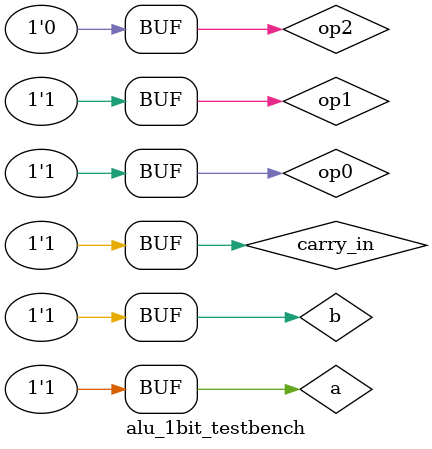
<source format=v>
module alu_1bit_testbench(); 
	reg a, b, carry_in ,op0,op1,op2;
	wire result, carry_out;
	alu_1bit alu_(result, carry_out, carry_in, a, b ,op2,op1,op0);
	initial begin
		// AND OP: 000
		op2 = 1'b0; op1= 1'b0; op0 = 1'b0; a = 1'b0; b = 1'b0; carry_in = 1'b0;
		#10;
		op2 = 1'b0; op1= 1'b0; op0 = 1'b0; a = 1'b1; b = 1'b1; carry_in = 1'b0;
		#10;
		op2 = 1'b0; op1= 1'b0; op0 = 1'b0; a = 1'b1; b = 1'b0; carry_in = 1'b0;
		#10;
		op2 = 1'b0; op1= 1'b0; op0 = 1'b0; a = 1'b0; b = 1'b1; carry_in = 1'b0;
		#10;
		op2 = 1'b0; op1= 1'b0; op0 = 1'b0; a = 1'b1; b = 1'b1; carry_in = 1'b1;
		#10;
		// OR OP: 001
		op2 = 1'b0; op1= 1'b0; op0 = 1'b1; a = 1'b0; b = 1'b0; carry_in = 1'b0;
		#10;
		op2 = 1'b0; op1= 1'b0; op0 = 1'b1; a = 1'b1; b = 1'b1; carry_in = 1'b0;
		#10;
		op2 = 1'b0; op1= 1'b0; op0 = 1'b1; a = 1'b1; b = 1'b0; carry_in = 1'b0;
		#10;
		op2 = 1'b0; op1= 1'b0; op0 = 1'b1; a = 1'b0; b = 1'b1; carry_in = 1'b0;
		#10;
		op2 = 1'b0; op1= 1'b0; op0 = 1'b1; a = 1'b1; b = 1'b1; carry_in = 1'b1;
		#10;
		// ADD OP: 010
		op2 = 1'b0; op1= 1'b1; op0 = 1'b0; a = 1'b0; b = 1'b0; carry_in = 1'b0;
		#10;
		op2 = 1'b0; op1= 1'b1; op0 = 1'b0; a = 1'b1; b = 1'b1; carry_in = 1'b0;
		#10;
		op2 = 1'b0; op1= 1'b1; op0 = 1'b0; a = 1'b1; b = 1'b0; carry_in = 1'b0;
		#10;
		op2 = 1'b0; op1= 1'b1; op0 = 1'b0; a = 1'b0; b = 1'b1; carry_in = 1'b0;
		#10;
		op2 = 1'b0; op1= 1'b1; op0 = 1'b0; a = 1'b1; b = 1'b1; carry_in = 1'b1;
		#10
		//SUBTRACT OP: 110
		op2 = 1'b1; op1= 1'b1; op0 = 1'b0; a = 1'b0; b = 1'b0; carry_in = 1'b1;
		#10;
		op2 = 1'b1; op1= 1'b1; op0 = 1'b0; a = 1'b1; b = 1'b0; carry_in = 1'b1;
		#10;
		op2 = 1'b1; op1= 1'b1; op0 = 1'b0; a = 1'b0; b = 1'b1; carry_in = 1'b1;
		#10;
		op2 = 1'b1; op1= 1'b1; op0 = 1'b0; a = 1'b1; b = 1'b1; carry_in = 1'b1;
		#10;
		// XOR OP: 011
		op2 = 1'b0; op1= 1'b1; op0 = 1'b1; a = 1'b0; b = 1'b0; carry_in = 1'b0;
		#10;
		op2 = 1'b0; op1= 1'b1; op0 = 1'b1; a = 1'b1; b = 1'b1; carry_in = 1'b0;
		#10;
		op2 = 1'b0; op1= 1'b1; op0 = 1'b1; a = 1'b1; b = 1'b0; carry_in = 1'b0;
		#10;
		op2 = 1'b0; op1= 1'b1; op0 = 1'b1; a = 1'b0; b = 1'b1; carry_in = 1'b0;
		#10;
		op2 = 1'b0; op1= 1'b1; op0 = 1'b1; a = 1'b1; b = 1'b1; carry_in = 1'b1;
		#10;	
	end
	initial begin
	$monitor("time =%2d,	OPCODE = %1b %1b %1b ,	Ai = %1b,	Bi = %1b,	Cin = %1b,	Cout = %1b,	Result = %1b", $time, op2,op1,op0, a, b, carry_in, carry_out, result);
	end
endmodule 	
</source>
